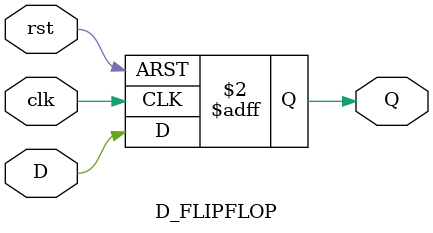
<source format=v>
module D_FLIPFLOP (
    input  wire clk, rst, D,
    output reg  Q
);
    always @(posedge clk or posedge rst) begin
        if (rst)
            Q <= 1'b0;   
        else
            Q <= D;      
    end
endmodule


</source>
